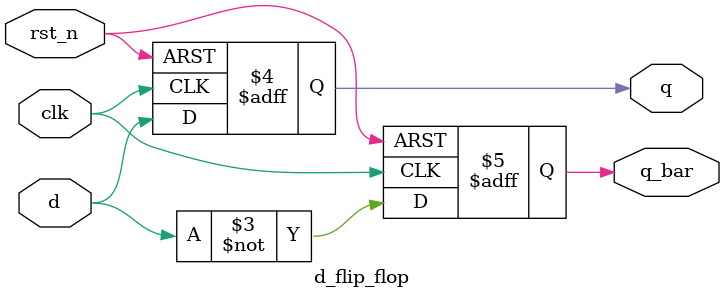
<source format=v>
module dut_top(
  input clk,rst_n,x,
  output reg z
);
  wire x_bar,q_1,q_2,q_3,q_1_bar,q_2_bar,q_3_bar,a_1,a_2,a_3,d_3,a_5,a_6,out;
  
        not_gate I1(.a(x),.out(x_bar));
        nand_gate_three_in G2( .a (x_bar),.b (q_1),.c (q_3_bar),.out(a_2));
  nand_gate_three_in G1( .a (q_1),.b (q_2),.c (q_3),.out(a_1));
        nand_gate_three_in G3( .a (x),.b (q_1_bar),.c (q_2_bar),.out(a_3));
        nand_gate_three_in G4( .a (a_1),.b (a_2),.c (a_3),.out(d_3));
        d_flip_flop FF3(.clk(clk),.rst_n (rst_n),.d (d_3),.q (q_3),.q_bar(q_3_bar));
        d_flip_flop FF2(.clk(clk),.rst_n (rst_n),.d (q_1),.q (q_2),.q_bar(q_2_bar));
        d_flip_flop FF1(.clk(clk),.rst_n (rst_n),.d (q_2_bar),.q (q_1),.q_bar(q_1_bar));
        nand_gate G5(.a(x),.b(q_3),.out(a_5));
        nand_gate G6(.a(x_bar),.b(q_3_bar),.out(a_6));
        nand_gate G7(.a(a_5),.b(a_6),.out(out));
  
  always@(*)begin
    if(!rst_n) z=0;
      else
       z=out;
  end
endmodule

module not_gate(
  input a,
  output reg out
);
  always@(*)
    begin
      out= !a;
    end
endmodule

module nand_gate(
  input a,b,
  output reg out
);
  
  always@(*)
  begin
    out= !(a & b);
  end
  endmodule

module nand_gate_three_in(
  input a,b,c,
  output reg out
);
  
  always@(*)
  begin
    out= !(a & b & c);
  end
  endmodule

module d_flip_flop (
  input clk,         
  input rst_n,       
  input d,           
  output reg q,q_bar      
);

  always @(posedge clk or negedge rst_n) begin
    if (!rst_n)
      begin
     q <= 0;
     q_bar <=1;
     end
    else
      begin
      q <= d;        
      q_bar <= ~d;
      end
  end
endmodule

</source>
